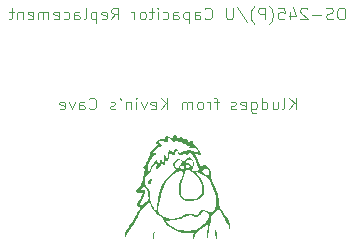
<source format=gbr>
%TF.GenerationSoftware,KiCad,Pcbnew,7.0.11+dfsg-1build4*%
%TF.CreationDate,2025-06-01T15:33:29-04:00*%
%TF.ProjectId,tek-cap-pcb,74656b2d-6361-4702-9d70-63622e6b6963,A*%
%TF.SameCoordinates,Original*%
%TF.FileFunction,Legend,Bot*%
%TF.FilePolarity,Positive*%
%FSLAX46Y46*%
G04 Gerber Fmt 4.6, Leading zero omitted, Abs format (unit mm)*
G04 Created by KiCad (PCBNEW 7.0.11+dfsg-1build4) date 2025-06-01 15:33:29*
%MOMM*%
%LPD*%
G01*
G04 APERTURE LIST*
%ADD10C,0.100000*%
G04 APERTURE END LIST*
D10*
X136976191Y-105282419D02*
X136976191Y-104282419D01*
X136404763Y-105282419D02*
X136833334Y-104710990D01*
X136404763Y-104282419D02*
X136976191Y-104853847D01*
X135833334Y-105282419D02*
X135928572Y-105234800D01*
X135928572Y-105234800D02*
X135976191Y-105139561D01*
X135976191Y-105139561D02*
X135976191Y-104282419D01*
X135023810Y-104615752D02*
X135023810Y-105282419D01*
X135452381Y-104615752D02*
X135452381Y-105139561D01*
X135452381Y-105139561D02*
X135404762Y-105234800D01*
X135404762Y-105234800D02*
X135309524Y-105282419D01*
X135309524Y-105282419D02*
X135166667Y-105282419D01*
X135166667Y-105282419D02*
X135071429Y-105234800D01*
X135071429Y-105234800D02*
X135023810Y-105187180D01*
X134119048Y-105282419D02*
X134119048Y-104282419D01*
X134119048Y-105234800D02*
X134214286Y-105282419D01*
X134214286Y-105282419D02*
X134404762Y-105282419D01*
X134404762Y-105282419D02*
X134500000Y-105234800D01*
X134500000Y-105234800D02*
X134547619Y-105187180D01*
X134547619Y-105187180D02*
X134595238Y-105091942D01*
X134595238Y-105091942D02*
X134595238Y-104806228D01*
X134595238Y-104806228D02*
X134547619Y-104710990D01*
X134547619Y-104710990D02*
X134500000Y-104663371D01*
X134500000Y-104663371D02*
X134404762Y-104615752D01*
X134404762Y-104615752D02*
X134214286Y-104615752D01*
X134214286Y-104615752D02*
X134119048Y-104663371D01*
X133214286Y-104615752D02*
X133214286Y-105425276D01*
X133214286Y-105425276D02*
X133261905Y-105520514D01*
X133261905Y-105520514D02*
X133309524Y-105568133D01*
X133309524Y-105568133D02*
X133404762Y-105615752D01*
X133404762Y-105615752D02*
X133547619Y-105615752D01*
X133547619Y-105615752D02*
X133642857Y-105568133D01*
X133214286Y-105234800D02*
X133309524Y-105282419D01*
X133309524Y-105282419D02*
X133500000Y-105282419D01*
X133500000Y-105282419D02*
X133595238Y-105234800D01*
X133595238Y-105234800D02*
X133642857Y-105187180D01*
X133642857Y-105187180D02*
X133690476Y-105091942D01*
X133690476Y-105091942D02*
X133690476Y-104806228D01*
X133690476Y-104806228D02*
X133642857Y-104710990D01*
X133642857Y-104710990D02*
X133595238Y-104663371D01*
X133595238Y-104663371D02*
X133500000Y-104615752D01*
X133500000Y-104615752D02*
X133309524Y-104615752D01*
X133309524Y-104615752D02*
X133214286Y-104663371D01*
X132357143Y-105234800D02*
X132452381Y-105282419D01*
X132452381Y-105282419D02*
X132642857Y-105282419D01*
X132642857Y-105282419D02*
X132738095Y-105234800D01*
X132738095Y-105234800D02*
X132785714Y-105139561D01*
X132785714Y-105139561D02*
X132785714Y-104758609D01*
X132785714Y-104758609D02*
X132738095Y-104663371D01*
X132738095Y-104663371D02*
X132642857Y-104615752D01*
X132642857Y-104615752D02*
X132452381Y-104615752D01*
X132452381Y-104615752D02*
X132357143Y-104663371D01*
X132357143Y-104663371D02*
X132309524Y-104758609D01*
X132309524Y-104758609D02*
X132309524Y-104853847D01*
X132309524Y-104853847D02*
X132785714Y-104949085D01*
X131928571Y-105234800D02*
X131833333Y-105282419D01*
X131833333Y-105282419D02*
X131642857Y-105282419D01*
X131642857Y-105282419D02*
X131547619Y-105234800D01*
X131547619Y-105234800D02*
X131500000Y-105139561D01*
X131500000Y-105139561D02*
X131500000Y-105091942D01*
X131500000Y-105091942D02*
X131547619Y-104996704D01*
X131547619Y-104996704D02*
X131642857Y-104949085D01*
X131642857Y-104949085D02*
X131785714Y-104949085D01*
X131785714Y-104949085D02*
X131880952Y-104901466D01*
X131880952Y-104901466D02*
X131928571Y-104806228D01*
X131928571Y-104806228D02*
X131928571Y-104758609D01*
X131928571Y-104758609D02*
X131880952Y-104663371D01*
X131880952Y-104663371D02*
X131785714Y-104615752D01*
X131785714Y-104615752D02*
X131642857Y-104615752D01*
X131642857Y-104615752D02*
X131547619Y-104663371D01*
X130452380Y-104615752D02*
X130071428Y-104615752D01*
X130309523Y-105282419D02*
X130309523Y-104425276D01*
X130309523Y-104425276D02*
X130261904Y-104330038D01*
X130261904Y-104330038D02*
X130166666Y-104282419D01*
X130166666Y-104282419D02*
X130071428Y-104282419D01*
X129738094Y-105282419D02*
X129738094Y-104615752D01*
X129738094Y-104806228D02*
X129690475Y-104710990D01*
X129690475Y-104710990D02*
X129642856Y-104663371D01*
X129642856Y-104663371D02*
X129547618Y-104615752D01*
X129547618Y-104615752D02*
X129452380Y-104615752D01*
X128976189Y-105282419D02*
X129071427Y-105234800D01*
X129071427Y-105234800D02*
X129119046Y-105187180D01*
X129119046Y-105187180D02*
X129166665Y-105091942D01*
X129166665Y-105091942D02*
X129166665Y-104806228D01*
X129166665Y-104806228D02*
X129119046Y-104710990D01*
X129119046Y-104710990D02*
X129071427Y-104663371D01*
X129071427Y-104663371D02*
X128976189Y-104615752D01*
X128976189Y-104615752D02*
X128833332Y-104615752D01*
X128833332Y-104615752D02*
X128738094Y-104663371D01*
X128738094Y-104663371D02*
X128690475Y-104710990D01*
X128690475Y-104710990D02*
X128642856Y-104806228D01*
X128642856Y-104806228D02*
X128642856Y-105091942D01*
X128642856Y-105091942D02*
X128690475Y-105187180D01*
X128690475Y-105187180D02*
X128738094Y-105234800D01*
X128738094Y-105234800D02*
X128833332Y-105282419D01*
X128833332Y-105282419D02*
X128976189Y-105282419D01*
X128214284Y-105282419D02*
X128214284Y-104615752D01*
X128214284Y-104710990D02*
X128166665Y-104663371D01*
X128166665Y-104663371D02*
X128071427Y-104615752D01*
X128071427Y-104615752D02*
X127928570Y-104615752D01*
X127928570Y-104615752D02*
X127833332Y-104663371D01*
X127833332Y-104663371D02*
X127785713Y-104758609D01*
X127785713Y-104758609D02*
X127785713Y-105282419D01*
X127785713Y-104758609D02*
X127738094Y-104663371D01*
X127738094Y-104663371D02*
X127642856Y-104615752D01*
X127642856Y-104615752D02*
X127499999Y-104615752D01*
X127499999Y-104615752D02*
X127404760Y-104663371D01*
X127404760Y-104663371D02*
X127357141Y-104758609D01*
X127357141Y-104758609D02*
X127357141Y-105282419D01*
X126119046Y-105282419D02*
X126119046Y-104282419D01*
X125547618Y-105282419D02*
X125976189Y-104710990D01*
X125547618Y-104282419D02*
X126119046Y-104853847D01*
X124738094Y-105234800D02*
X124833332Y-105282419D01*
X124833332Y-105282419D02*
X125023808Y-105282419D01*
X125023808Y-105282419D02*
X125119046Y-105234800D01*
X125119046Y-105234800D02*
X125166665Y-105139561D01*
X125166665Y-105139561D02*
X125166665Y-104758609D01*
X125166665Y-104758609D02*
X125119046Y-104663371D01*
X125119046Y-104663371D02*
X125023808Y-104615752D01*
X125023808Y-104615752D02*
X124833332Y-104615752D01*
X124833332Y-104615752D02*
X124738094Y-104663371D01*
X124738094Y-104663371D02*
X124690475Y-104758609D01*
X124690475Y-104758609D02*
X124690475Y-104853847D01*
X124690475Y-104853847D02*
X125166665Y-104949085D01*
X124357141Y-104615752D02*
X124119046Y-105282419D01*
X124119046Y-105282419D02*
X123880951Y-104615752D01*
X123499998Y-105282419D02*
X123499998Y-104615752D01*
X123499998Y-104282419D02*
X123547617Y-104330038D01*
X123547617Y-104330038D02*
X123499998Y-104377657D01*
X123499998Y-104377657D02*
X123452379Y-104330038D01*
X123452379Y-104330038D02*
X123499998Y-104282419D01*
X123499998Y-104282419D02*
X123499998Y-104377657D01*
X123023808Y-104615752D02*
X123023808Y-105282419D01*
X123023808Y-104710990D02*
X122976189Y-104663371D01*
X122976189Y-104663371D02*
X122880951Y-104615752D01*
X122880951Y-104615752D02*
X122738094Y-104615752D01*
X122738094Y-104615752D02*
X122642856Y-104663371D01*
X122642856Y-104663371D02*
X122595237Y-104758609D01*
X122595237Y-104758609D02*
X122595237Y-105282419D01*
X122071427Y-104282419D02*
X122166665Y-104472895D01*
X121690475Y-105234800D02*
X121595237Y-105282419D01*
X121595237Y-105282419D02*
X121404761Y-105282419D01*
X121404761Y-105282419D02*
X121309523Y-105234800D01*
X121309523Y-105234800D02*
X121261904Y-105139561D01*
X121261904Y-105139561D02*
X121261904Y-105091942D01*
X121261904Y-105091942D02*
X121309523Y-104996704D01*
X121309523Y-104996704D02*
X121404761Y-104949085D01*
X121404761Y-104949085D02*
X121547618Y-104949085D01*
X121547618Y-104949085D02*
X121642856Y-104901466D01*
X121642856Y-104901466D02*
X121690475Y-104806228D01*
X121690475Y-104806228D02*
X121690475Y-104758609D01*
X121690475Y-104758609D02*
X121642856Y-104663371D01*
X121642856Y-104663371D02*
X121547618Y-104615752D01*
X121547618Y-104615752D02*
X121404761Y-104615752D01*
X121404761Y-104615752D02*
X121309523Y-104663371D01*
X119499999Y-105187180D02*
X119547618Y-105234800D01*
X119547618Y-105234800D02*
X119690475Y-105282419D01*
X119690475Y-105282419D02*
X119785713Y-105282419D01*
X119785713Y-105282419D02*
X119928570Y-105234800D01*
X119928570Y-105234800D02*
X120023808Y-105139561D01*
X120023808Y-105139561D02*
X120071427Y-105044323D01*
X120071427Y-105044323D02*
X120119046Y-104853847D01*
X120119046Y-104853847D02*
X120119046Y-104710990D01*
X120119046Y-104710990D02*
X120071427Y-104520514D01*
X120071427Y-104520514D02*
X120023808Y-104425276D01*
X120023808Y-104425276D02*
X119928570Y-104330038D01*
X119928570Y-104330038D02*
X119785713Y-104282419D01*
X119785713Y-104282419D02*
X119690475Y-104282419D01*
X119690475Y-104282419D02*
X119547618Y-104330038D01*
X119547618Y-104330038D02*
X119499999Y-104377657D01*
X118642856Y-105282419D02*
X118642856Y-104758609D01*
X118642856Y-104758609D02*
X118690475Y-104663371D01*
X118690475Y-104663371D02*
X118785713Y-104615752D01*
X118785713Y-104615752D02*
X118976189Y-104615752D01*
X118976189Y-104615752D02*
X119071427Y-104663371D01*
X118642856Y-105234800D02*
X118738094Y-105282419D01*
X118738094Y-105282419D02*
X118976189Y-105282419D01*
X118976189Y-105282419D02*
X119071427Y-105234800D01*
X119071427Y-105234800D02*
X119119046Y-105139561D01*
X119119046Y-105139561D02*
X119119046Y-105044323D01*
X119119046Y-105044323D02*
X119071427Y-104949085D01*
X119071427Y-104949085D02*
X118976189Y-104901466D01*
X118976189Y-104901466D02*
X118738094Y-104901466D01*
X118738094Y-104901466D02*
X118642856Y-104853847D01*
X118261903Y-104615752D02*
X118023808Y-105282419D01*
X118023808Y-105282419D02*
X117785713Y-104615752D01*
X117023808Y-105234800D02*
X117119046Y-105282419D01*
X117119046Y-105282419D02*
X117309522Y-105282419D01*
X117309522Y-105282419D02*
X117404760Y-105234800D01*
X117404760Y-105234800D02*
X117452379Y-105139561D01*
X117452379Y-105139561D02*
X117452379Y-104758609D01*
X117452379Y-104758609D02*
X117404760Y-104663371D01*
X117404760Y-104663371D02*
X117309522Y-104615752D01*
X117309522Y-104615752D02*
X117119046Y-104615752D01*
X117119046Y-104615752D02*
X117023808Y-104663371D01*
X117023808Y-104663371D02*
X116976189Y-104758609D01*
X116976189Y-104758609D02*
X116976189Y-104853847D01*
X116976189Y-104853847D02*
X117452379Y-104949085D01*
X140952382Y-96662419D02*
X140761906Y-96662419D01*
X140761906Y-96662419D02*
X140666668Y-96710038D01*
X140666668Y-96710038D02*
X140571430Y-96805276D01*
X140571430Y-96805276D02*
X140523811Y-96995752D01*
X140523811Y-96995752D02*
X140523811Y-97329085D01*
X140523811Y-97329085D02*
X140571430Y-97519561D01*
X140571430Y-97519561D02*
X140666668Y-97614800D01*
X140666668Y-97614800D02*
X140761906Y-97662419D01*
X140761906Y-97662419D02*
X140952382Y-97662419D01*
X140952382Y-97662419D02*
X141047620Y-97614800D01*
X141047620Y-97614800D02*
X141142858Y-97519561D01*
X141142858Y-97519561D02*
X141190477Y-97329085D01*
X141190477Y-97329085D02*
X141190477Y-96995752D01*
X141190477Y-96995752D02*
X141142858Y-96805276D01*
X141142858Y-96805276D02*
X141047620Y-96710038D01*
X141047620Y-96710038D02*
X140952382Y-96662419D01*
X140142858Y-97614800D02*
X140000001Y-97662419D01*
X140000001Y-97662419D02*
X139761906Y-97662419D01*
X139761906Y-97662419D02*
X139666668Y-97614800D01*
X139666668Y-97614800D02*
X139619049Y-97567180D01*
X139619049Y-97567180D02*
X139571430Y-97471942D01*
X139571430Y-97471942D02*
X139571430Y-97376704D01*
X139571430Y-97376704D02*
X139619049Y-97281466D01*
X139619049Y-97281466D02*
X139666668Y-97233847D01*
X139666668Y-97233847D02*
X139761906Y-97186228D01*
X139761906Y-97186228D02*
X139952382Y-97138609D01*
X139952382Y-97138609D02*
X140047620Y-97090990D01*
X140047620Y-97090990D02*
X140095239Y-97043371D01*
X140095239Y-97043371D02*
X140142858Y-96948133D01*
X140142858Y-96948133D02*
X140142858Y-96852895D01*
X140142858Y-96852895D02*
X140095239Y-96757657D01*
X140095239Y-96757657D02*
X140047620Y-96710038D01*
X140047620Y-96710038D02*
X139952382Y-96662419D01*
X139952382Y-96662419D02*
X139714287Y-96662419D01*
X139714287Y-96662419D02*
X139571430Y-96710038D01*
X139142858Y-97281466D02*
X138380954Y-97281466D01*
X137952382Y-96757657D02*
X137904763Y-96710038D01*
X137904763Y-96710038D02*
X137809525Y-96662419D01*
X137809525Y-96662419D02*
X137571430Y-96662419D01*
X137571430Y-96662419D02*
X137476192Y-96710038D01*
X137476192Y-96710038D02*
X137428573Y-96757657D01*
X137428573Y-96757657D02*
X137380954Y-96852895D01*
X137380954Y-96852895D02*
X137380954Y-96948133D01*
X137380954Y-96948133D02*
X137428573Y-97090990D01*
X137428573Y-97090990D02*
X138000001Y-97662419D01*
X138000001Y-97662419D02*
X137380954Y-97662419D01*
X136523811Y-96995752D02*
X136523811Y-97662419D01*
X136761906Y-96614800D02*
X137000001Y-97329085D01*
X137000001Y-97329085D02*
X136380954Y-97329085D01*
X135523811Y-96662419D02*
X136000001Y-96662419D01*
X136000001Y-96662419D02*
X136047620Y-97138609D01*
X136047620Y-97138609D02*
X136000001Y-97090990D01*
X136000001Y-97090990D02*
X135904763Y-97043371D01*
X135904763Y-97043371D02*
X135666668Y-97043371D01*
X135666668Y-97043371D02*
X135571430Y-97090990D01*
X135571430Y-97090990D02*
X135523811Y-97138609D01*
X135523811Y-97138609D02*
X135476192Y-97233847D01*
X135476192Y-97233847D02*
X135476192Y-97471942D01*
X135476192Y-97471942D02*
X135523811Y-97567180D01*
X135523811Y-97567180D02*
X135571430Y-97614800D01*
X135571430Y-97614800D02*
X135666668Y-97662419D01*
X135666668Y-97662419D02*
X135904763Y-97662419D01*
X135904763Y-97662419D02*
X136000001Y-97614800D01*
X136000001Y-97614800D02*
X136047620Y-97567180D01*
X134761906Y-98043371D02*
X134809525Y-97995752D01*
X134809525Y-97995752D02*
X134904763Y-97852895D01*
X134904763Y-97852895D02*
X134952382Y-97757657D01*
X134952382Y-97757657D02*
X135000001Y-97614800D01*
X135000001Y-97614800D02*
X135047620Y-97376704D01*
X135047620Y-97376704D02*
X135047620Y-97186228D01*
X135047620Y-97186228D02*
X135000001Y-96948133D01*
X135000001Y-96948133D02*
X134952382Y-96805276D01*
X134952382Y-96805276D02*
X134904763Y-96710038D01*
X134904763Y-96710038D02*
X134809525Y-96567180D01*
X134809525Y-96567180D02*
X134761906Y-96519561D01*
X134380953Y-97662419D02*
X134380953Y-96662419D01*
X134380953Y-96662419D02*
X134000001Y-96662419D01*
X134000001Y-96662419D02*
X133904763Y-96710038D01*
X133904763Y-96710038D02*
X133857144Y-96757657D01*
X133857144Y-96757657D02*
X133809525Y-96852895D01*
X133809525Y-96852895D02*
X133809525Y-96995752D01*
X133809525Y-96995752D02*
X133857144Y-97090990D01*
X133857144Y-97090990D02*
X133904763Y-97138609D01*
X133904763Y-97138609D02*
X134000001Y-97186228D01*
X134000001Y-97186228D02*
X134380953Y-97186228D01*
X133476191Y-98043371D02*
X133428572Y-97995752D01*
X133428572Y-97995752D02*
X133333334Y-97852895D01*
X133333334Y-97852895D02*
X133285715Y-97757657D01*
X133285715Y-97757657D02*
X133238096Y-97614800D01*
X133238096Y-97614800D02*
X133190477Y-97376704D01*
X133190477Y-97376704D02*
X133190477Y-97186228D01*
X133190477Y-97186228D02*
X133238096Y-96948133D01*
X133238096Y-96948133D02*
X133285715Y-96805276D01*
X133285715Y-96805276D02*
X133333334Y-96710038D01*
X133333334Y-96710038D02*
X133428572Y-96567180D01*
X133428572Y-96567180D02*
X133476191Y-96519561D01*
X132000001Y-96614800D02*
X132857143Y-97900514D01*
X131666667Y-96662419D02*
X131666667Y-97471942D01*
X131666667Y-97471942D02*
X131619048Y-97567180D01*
X131619048Y-97567180D02*
X131571429Y-97614800D01*
X131571429Y-97614800D02*
X131476191Y-97662419D01*
X131476191Y-97662419D02*
X131285715Y-97662419D01*
X131285715Y-97662419D02*
X131190477Y-97614800D01*
X131190477Y-97614800D02*
X131142858Y-97567180D01*
X131142858Y-97567180D02*
X131095239Y-97471942D01*
X131095239Y-97471942D02*
X131095239Y-96662419D01*
X129285715Y-97567180D02*
X129333334Y-97614800D01*
X129333334Y-97614800D02*
X129476191Y-97662419D01*
X129476191Y-97662419D02*
X129571429Y-97662419D01*
X129571429Y-97662419D02*
X129714286Y-97614800D01*
X129714286Y-97614800D02*
X129809524Y-97519561D01*
X129809524Y-97519561D02*
X129857143Y-97424323D01*
X129857143Y-97424323D02*
X129904762Y-97233847D01*
X129904762Y-97233847D02*
X129904762Y-97090990D01*
X129904762Y-97090990D02*
X129857143Y-96900514D01*
X129857143Y-96900514D02*
X129809524Y-96805276D01*
X129809524Y-96805276D02*
X129714286Y-96710038D01*
X129714286Y-96710038D02*
X129571429Y-96662419D01*
X129571429Y-96662419D02*
X129476191Y-96662419D01*
X129476191Y-96662419D02*
X129333334Y-96710038D01*
X129333334Y-96710038D02*
X129285715Y-96757657D01*
X128428572Y-97662419D02*
X128428572Y-97138609D01*
X128428572Y-97138609D02*
X128476191Y-97043371D01*
X128476191Y-97043371D02*
X128571429Y-96995752D01*
X128571429Y-96995752D02*
X128761905Y-96995752D01*
X128761905Y-96995752D02*
X128857143Y-97043371D01*
X128428572Y-97614800D02*
X128523810Y-97662419D01*
X128523810Y-97662419D02*
X128761905Y-97662419D01*
X128761905Y-97662419D02*
X128857143Y-97614800D01*
X128857143Y-97614800D02*
X128904762Y-97519561D01*
X128904762Y-97519561D02*
X128904762Y-97424323D01*
X128904762Y-97424323D02*
X128857143Y-97329085D01*
X128857143Y-97329085D02*
X128761905Y-97281466D01*
X128761905Y-97281466D02*
X128523810Y-97281466D01*
X128523810Y-97281466D02*
X128428572Y-97233847D01*
X127952381Y-96995752D02*
X127952381Y-97995752D01*
X127952381Y-97043371D02*
X127857143Y-96995752D01*
X127857143Y-96995752D02*
X127666667Y-96995752D01*
X127666667Y-96995752D02*
X127571429Y-97043371D01*
X127571429Y-97043371D02*
X127523810Y-97090990D01*
X127523810Y-97090990D02*
X127476191Y-97186228D01*
X127476191Y-97186228D02*
X127476191Y-97471942D01*
X127476191Y-97471942D02*
X127523810Y-97567180D01*
X127523810Y-97567180D02*
X127571429Y-97614800D01*
X127571429Y-97614800D02*
X127666667Y-97662419D01*
X127666667Y-97662419D02*
X127857143Y-97662419D01*
X127857143Y-97662419D02*
X127952381Y-97614800D01*
X126619048Y-97662419D02*
X126619048Y-97138609D01*
X126619048Y-97138609D02*
X126666667Y-97043371D01*
X126666667Y-97043371D02*
X126761905Y-96995752D01*
X126761905Y-96995752D02*
X126952381Y-96995752D01*
X126952381Y-96995752D02*
X127047619Y-97043371D01*
X126619048Y-97614800D02*
X126714286Y-97662419D01*
X126714286Y-97662419D02*
X126952381Y-97662419D01*
X126952381Y-97662419D02*
X127047619Y-97614800D01*
X127047619Y-97614800D02*
X127095238Y-97519561D01*
X127095238Y-97519561D02*
X127095238Y-97424323D01*
X127095238Y-97424323D02*
X127047619Y-97329085D01*
X127047619Y-97329085D02*
X126952381Y-97281466D01*
X126952381Y-97281466D02*
X126714286Y-97281466D01*
X126714286Y-97281466D02*
X126619048Y-97233847D01*
X125714286Y-97614800D02*
X125809524Y-97662419D01*
X125809524Y-97662419D02*
X126000000Y-97662419D01*
X126000000Y-97662419D02*
X126095238Y-97614800D01*
X126095238Y-97614800D02*
X126142857Y-97567180D01*
X126142857Y-97567180D02*
X126190476Y-97471942D01*
X126190476Y-97471942D02*
X126190476Y-97186228D01*
X126190476Y-97186228D02*
X126142857Y-97090990D01*
X126142857Y-97090990D02*
X126095238Y-97043371D01*
X126095238Y-97043371D02*
X126000000Y-96995752D01*
X126000000Y-96995752D02*
X125809524Y-96995752D01*
X125809524Y-96995752D02*
X125714286Y-97043371D01*
X125285714Y-97662419D02*
X125285714Y-96995752D01*
X125285714Y-96662419D02*
X125333333Y-96710038D01*
X125333333Y-96710038D02*
X125285714Y-96757657D01*
X125285714Y-96757657D02*
X125238095Y-96710038D01*
X125238095Y-96710038D02*
X125285714Y-96662419D01*
X125285714Y-96662419D02*
X125285714Y-96757657D01*
X124952381Y-96995752D02*
X124571429Y-96995752D01*
X124809524Y-96662419D02*
X124809524Y-97519561D01*
X124809524Y-97519561D02*
X124761905Y-97614800D01*
X124761905Y-97614800D02*
X124666667Y-97662419D01*
X124666667Y-97662419D02*
X124571429Y-97662419D01*
X124095238Y-97662419D02*
X124190476Y-97614800D01*
X124190476Y-97614800D02*
X124238095Y-97567180D01*
X124238095Y-97567180D02*
X124285714Y-97471942D01*
X124285714Y-97471942D02*
X124285714Y-97186228D01*
X124285714Y-97186228D02*
X124238095Y-97090990D01*
X124238095Y-97090990D02*
X124190476Y-97043371D01*
X124190476Y-97043371D02*
X124095238Y-96995752D01*
X124095238Y-96995752D02*
X123952381Y-96995752D01*
X123952381Y-96995752D02*
X123857143Y-97043371D01*
X123857143Y-97043371D02*
X123809524Y-97090990D01*
X123809524Y-97090990D02*
X123761905Y-97186228D01*
X123761905Y-97186228D02*
X123761905Y-97471942D01*
X123761905Y-97471942D02*
X123809524Y-97567180D01*
X123809524Y-97567180D02*
X123857143Y-97614800D01*
X123857143Y-97614800D02*
X123952381Y-97662419D01*
X123952381Y-97662419D02*
X124095238Y-97662419D01*
X123333333Y-97662419D02*
X123333333Y-96995752D01*
X123333333Y-97186228D02*
X123285714Y-97090990D01*
X123285714Y-97090990D02*
X123238095Y-97043371D01*
X123238095Y-97043371D02*
X123142857Y-96995752D01*
X123142857Y-96995752D02*
X123047619Y-96995752D01*
X121380952Y-97662419D02*
X121714285Y-97186228D01*
X121952380Y-97662419D02*
X121952380Y-96662419D01*
X121952380Y-96662419D02*
X121571428Y-96662419D01*
X121571428Y-96662419D02*
X121476190Y-96710038D01*
X121476190Y-96710038D02*
X121428571Y-96757657D01*
X121428571Y-96757657D02*
X121380952Y-96852895D01*
X121380952Y-96852895D02*
X121380952Y-96995752D01*
X121380952Y-96995752D02*
X121428571Y-97090990D01*
X121428571Y-97090990D02*
X121476190Y-97138609D01*
X121476190Y-97138609D02*
X121571428Y-97186228D01*
X121571428Y-97186228D02*
X121952380Y-97186228D01*
X120571428Y-97614800D02*
X120666666Y-97662419D01*
X120666666Y-97662419D02*
X120857142Y-97662419D01*
X120857142Y-97662419D02*
X120952380Y-97614800D01*
X120952380Y-97614800D02*
X120999999Y-97519561D01*
X120999999Y-97519561D02*
X120999999Y-97138609D01*
X120999999Y-97138609D02*
X120952380Y-97043371D01*
X120952380Y-97043371D02*
X120857142Y-96995752D01*
X120857142Y-96995752D02*
X120666666Y-96995752D01*
X120666666Y-96995752D02*
X120571428Y-97043371D01*
X120571428Y-97043371D02*
X120523809Y-97138609D01*
X120523809Y-97138609D02*
X120523809Y-97233847D01*
X120523809Y-97233847D02*
X120999999Y-97329085D01*
X120095237Y-96995752D02*
X120095237Y-97995752D01*
X120095237Y-97043371D02*
X119999999Y-96995752D01*
X119999999Y-96995752D02*
X119809523Y-96995752D01*
X119809523Y-96995752D02*
X119714285Y-97043371D01*
X119714285Y-97043371D02*
X119666666Y-97090990D01*
X119666666Y-97090990D02*
X119619047Y-97186228D01*
X119619047Y-97186228D02*
X119619047Y-97471942D01*
X119619047Y-97471942D02*
X119666666Y-97567180D01*
X119666666Y-97567180D02*
X119714285Y-97614800D01*
X119714285Y-97614800D02*
X119809523Y-97662419D01*
X119809523Y-97662419D02*
X119999999Y-97662419D01*
X119999999Y-97662419D02*
X120095237Y-97614800D01*
X119047618Y-97662419D02*
X119142856Y-97614800D01*
X119142856Y-97614800D02*
X119190475Y-97519561D01*
X119190475Y-97519561D02*
X119190475Y-96662419D01*
X118238094Y-97662419D02*
X118238094Y-97138609D01*
X118238094Y-97138609D02*
X118285713Y-97043371D01*
X118285713Y-97043371D02*
X118380951Y-96995752D01*
X118380951Y-96995752D02*
X118571427Y-96995752D01*
X118571427Y-96995752D02*
X118666665Y-97043371D01*
X118238094Y-97614800D02*
X118333332Y-97662419D01*
X118333332Y-97662419D02*
X118571427Y-97662419D01*
X118571427Y-97662419D02*
X118666665Y-97614800D01*
X118666665Y-97614800D02*
X118714284Y-97519561D01*
X118714284Y-97519561D02*
X118714284Y-97424323D01*
X118714284Y-97424323D02*
X118666665Y-97329085D01*
X118666665Y-97329085D02*
X118571427Y-97281466D01*
X118571427Y-97281466D02*
X118333332Y-97281466D01*
X118333332Y-97281466D02*
X118238094Y-97233847D01*
X117333332Y-97614800D02*
X117428570Y-97662419D01*
X117428570Y-97662419D02*
X117619046Y-97662419D01*
X117619046Y-97662419D02*
X117714284Y-97614800D01*
X117714284Y-97614800D02*
X117761903Y-97567180D01*
X117761903Y-97567180D02*
X117809522Y-97471942D01*
X117809522Y-97471942D02*
X117809522Y-97186228D01*
X117809522Y-97186228D02*
X117761903Y-97090990D01*
X117761903Y-97090990D02*
X117714284Y-97043371D01*
X117714284Y-97043371D02*
X117619046Y-96995752D01*
X117619046Y-96995752D02*
X117428570Y-96995752D01*
X117428570Y-96995752D02*
X117333332Y-97043371D01*
X116523808Y-97614800D02*
X116619046Y-97662419D01*
X116619046Y-97662419D02*
X116809522Y-97662419D01*
X116809522Y-97662419D02*
X116904760Y-97614800D01*
X116904760Y-97614800D02*
X116952379Y-97519561D01*
X116952379Y-97519561D02*
X116952379Y-97138609D01*
X116952379Y-97138609D02*
X116904760Y-97043371D01*
X116904760Y-97043371D02*
X116809522Y-96995752D01*
X116809522Y-96995752D02*
X116619046Y-96995752D01*
X116619046Y-96995752D02*
X116523808Y-97043371D01*
X116523808Y-97043371D02*
X116476189Y-97138609D01*
X116476189Y-97138609D02*
X116476189Y-97233847D01*
X116476189Y-97233847D02*
X116952379Y-97329085D01*
X116047617Y-97662419D02*
X116047617Y-96995752D01*
X116047617Y-97090990D02*
X115999998Y-97043371D01*
X115999998Y-97043371D02*
X115904760Y-96995752D01*
X115904760Y-96995752D02*
X115761903Y-96995752D01*
X115761903Y-96995752D02*
X115666665Y-97043371D01*
X115666665Y-97043371D02*
X115619046Y-97138609D01*
X115619046Y-97138609D02*
X115619046Y-97662419D01*
X115619046Y-97138609D02*
X115571427Y-97043371D01*
X115571427Y-97043371D02*
X115476189Y-96995752D01*
X115476189Y-96995752D02*
X115333332Y-96995752D01*
X115333332Y-96995752D02*
X115238093Y-97043371D01*
X115238093Y-97043371D02*
X115190474Y-97138609D01*
X115190474Y-97138609D02*
X115190474Y-97662419D01*
X114333332Y-97614800D02*
X114428570Y-97662419D01*
X114428570Y-97662419D02*
X114619046Y-97662419D01*
X114619046Y-97662419D02*
X114714284Y-97614800D01*
X114714284Y-97614800D02*
X114761903Y-97519561D01*
X114761903Y-97519561D02*
X114761903Y-97138609D01*
X114761903Y-97138609D02*
X114714284Y-97043371D01*
X114714284Y-97043371D02*
X114619046Y-96995752D01*
X114619046Y-96995752D02*
X114428570Y-96995752D01*
X114428570Y-96995752D02*
X114333332Y-97043371D01*
X114333332Y-97043371D02*
X114285713Y-97138609D01*
X114285713Y-97138609D02*
X114285713Y-97233847D01*
X114285713Y-97233847D02*
X114761903Y-97329085D01*
X113857141Y-96995752D02*
X113857141Y-97662419D01*
X113857141Y-97090990D02*
X113809522Y-97043371D01*
X113809522Y-97043371D02*
X113714284Y-96995752D01*
X113714284Y-96995752D02*
X113571427Y-96995752D01*
X113571427Y-96995752D02*
X113476189Y-97043371D01*
X113476189Y-97043371D02*
X113428570Y-97138609D01*
X113428570Y-97138609D02*
X113428570Y-97662419D01*
X113095236Y-96995752D02*
X112714284Y-96995752D01*
X112952379Y-96662419D02*
X112952379Y-97519561D01*
X112952379Y-97519561D02*
X112904760Y-97614800D01*
X112904760Y-97614800D02*
X112809522Y-97662419D01*
X112809522Y-97662419D02*
X112714284Y-97662419D01*
%TO.C,G\u002A\u002A\u002A*%
G36*
X130220262Y-115498785D02*
G01*
X130253469Y-115549826D01*
X130305354Y-115704036D01*
X130337649Y-115899369D01*
X130346988Y-116073006D01*
X130331578Y-116180009D01*
X130284980Y-116210935D01*
X130240359Y-116192197D01*
X130204673Y-116100526D01*
X130202949Y-116053833D01*
X130189678Y-115894635D01*
X130167593Y-115699942D01*
X130156149Y-115605428D01*
X130149190Y-115487768D01*
X130168879Y-115458643D01*
X130220262Y-115498785D01*
G37*
G36*
X128938806Y-108969822D02*
G01*
X128958055Y-109096128D01*
X128912688Y-109167044D01*
X128802078Y-109168262D01*
X128625595Y-109085475D01*
X128558207Y-109045634D01*
X128454058Y-109001109D01*
X128439238Y-109033441D01*
X128506370Y-109189758D01*
X128678453Y-109573349D01*
X128813752Y-109845870D01*
X128912003Y-110006813D01*
X128972943Y-110055676D01*
X129062752Y-110037528D01*
X129209805Y-110004406D01*
X129325914Y-109996258D01*
X129437333Y-110046845D01*
X129561668Y-110157664D01*
X129580716Y-110174641D01*
X129587431Y-110181366D01*
X129698764Y-110302902D01*
X129759273Y-110412017D01*
X129784317Y-110552381D01*
X129787267Y-110681085D01*
X129789252Y-110767670D01*
X129792370Y-110922677D01*
X129817271Y-111114104D01*
X129880806Y-111287949D01*
X129999118Y-111500590D01*
X130189181Y-111870438D01*
X130384247Y-112457308D01*
X130481368Y-113082246D01*
X130483394Y-113095280D01*
X130483897Y-113101949D01*
X130508364Y-113352903D01*
X130543345Y-113522853D01*
X130600193Y-113648677D01*
X130690260Y-113767252D01*
X130723821Y-113806562D01*
X130948931Y-114104299D01*
X131147947Y-114423453D01*
X131307000Y-114737117D01*
X131412216Y-115018384D01*
X131449723Y-115240348D01*
X131449357Y-115276446D01*
X131443440Y-115355299D01*
X131423330Y-115370318D01*
X131380003Y-115310586D01*
X131304434Y-115165182D01*
X131187597Y-114923187D01*
X131126069Y-114797612D01*
X130983443Y-114524476D01*
X130843369Y-114276481D01*
X130728879Y-114095197D01*
X130643150Y-113972838D01*
X130545524Y-113833180D01*
X130491784Y-113755877D01*
X130479635Y-113748315D01*
X130398213Y-113774025D01*
X130271652Y-113856825D01*
X130126746Y-113973896D01*
X129990287Y-114102422D01*
X129889068Y-114219582D01*
X129876964Y-114245212D01*
X129849881Y-114302559D01*
X129843856Y-114364306D01*
X129818845Y-114528483D01*
X129778966Y-114762481D01*
X129729163Y-115039850D01*
X129674379Y-115334142D01*
X129619556Y-115618911D01*
X129569639Y-115867707D01*
X129529570Y-116054082D01*
X129504293Y-116151589D01*
X129493761Y-116176810D01*
X129465226Y-116196397D01*
X129449541Y-116130426D01*
X129447556Y-116004141D01*
X129460123Y-115842789D01*
X129488096Y-115671615D01*
X129497242Y-115627462D01*
X129536920Y-115374156D01*
X129549462Y-115162961D01*
X129534714Y-115018319D01*
X129492523Y-114964673D01*
X129477605Y-114966623D01*
X129433177Y-115025216D01*
X129425824Y-115041082D01*
X129346124Y-115117548D01*
X129197404Y-115230650D01*
X129002920Y-115362174D01*
X128901424Y-115427540D01*
X128708114Y-115556790D01*
X128586708Y-115654448D01*
X128516981Y-115743446D01*
X128478710Y-115846711D01*
X128451670Y-115987174D01*
X128443515Y-116029003D01*
X128400502Y-116158691D01*
X128352152Y-116210935D01*
X128343096Y-116209112D01*
X128316036Y-116136742D01*
X128328994Y-115969814D01*
X128367551Y-115728693D01*
X128025014Y-115742878D01*
X127899109Y-115745084D01*
X127625595Y-115736116D01*
X127385748Y-115712929D01*
X127186008Y-115665147D01*
X126911794Y-115562659D01*
X126627115Y-115426352D01*
X126363094Y-115272915D01*
X126150856Y-115119036D01*
X126021524Y-114981406D01*
X126020211Y-114979306D01*
X125901366Y-114787922D01*
X125865282Y-114729259D01*
X125991121Y-114729259D01*
X125999956Y-114755739D01*
X126082487Y-114852531D01*
X126231069Y-114981540D01*
X126420209Y-115123147D01*
X126624410Y-115257736D01*
X126818179Y-115365687D01*
X126821891Y-115367500D01*
X127008248Y-115448189D01*
X127191340Y-115499069D01*
X127411778Y-115528251D01*
X127710171Y-115543847D01*
X127929350Y-115546674D01*
X128254491Y-115521933D01*
X128526113Y-115447904D01*
X128783723Y-115311672D01*
X129066823Y-115100322D01*
X129189184Y-114988926D01*
X129367848Y-114790017D01*
X129521827Y-114579656D01*
X129629828Y-114388002D01*
X129670561Y-114245212D01*
X129637018Y-114156011D01*
X129530376Y-114036140D01*
X129391260Y-113937245D01*
X129261973Y-113895530D01*
X129208645Y-113914246D01*
X129089514Y-114003016D01*
X128954730Y-114140331D01*
X128868171Y-114231640D01*
X128670230Y-114364596D01*
X128481633Y-114379893D01*
X128300816Y-114277861D01*
X128241023Y-114227725D01*
X128169556Y-114199731D01*
X128070297Y-114216532D01*
X127902199Y-114278159D01*
X127547024Y-114415298D01*
X127264234Y-114520620D01*
X127048722Y-114593540D01*
X126878584Y-114640003D01*
X126731916Y-114665955D01*
X126586816Y-114677340D01*
X126421378Y-114680105D01*
X126392363Y-114680284D01*
X126189116Y-114688326D01*
X126045536Y-114705775D01*
X125991121Y-114729259D01*
X125865282Y-114729259D01*
X125783102Y-114595658D01*
X125776047Y-114584467D01*
X125635435Y-114423770D01*
X125467750Y-114302675D01*
X125354581Y-114225107D01*
X125176637Y-114053333D01*
X125042802Y-113893912D01*
X125350633Y-113893912D01*
X125390950Y-114061941D01*
X125425624Y-114109768D01*
X125552519Y-114227178D01*
X125719077Y-114341756D01*
X125855046Y-114407848D01*
X126136281Y-114492982D01*
X126427167Y-114531465D01*
X126673598Y-114513559D01*
X126746737Y-114492453D01*
X126917817Y-114437898D01*
X127149806Y-114360996D01*
X127414083Y-114271120D01*
X127467490Y-114252781D01*
X127731373Y-114165253D01*
X127917145Y-114113464D01*
X128053255Y-114092674D01*
X128168152Y-114098144D01*
X128290285Y-114125134D01*
X128323516Y-114133948D01*
X128528231Y-114179760D01*
X128656552Y-114179386D01*
X128740320Y-114125948D01*
X128811377Y-114012567D01*
X128915716Y-113855179D01*
X129061439Y-113760273D01*
X129249225Y-113761128D01*
X129498558Y-113853228D01*
X129511512Y-113859361D01*
X129707051Y-113941117D01*
X129840107Y-113966045D01*
X129946147Y-113941110D01*
X130014957Y-113899371D01*
X130151513Y-113722450D01*
X130235439Y-113447627D01*
X130264019Y-113082246D01*
X130264014Y-113077678D01*
X130222750Y-112628935D01*
X130108342Y-112180928D01*
X129932243Y-111753302D01*
X129705905Y-111365703D01*
X129440781Y-111037776D01*
X129148323Y-110789167D01*
X128839985Y-110639521D01*
X128770868Y-110619986D01*
X128632948Y-110589527D01*
X128567239Y-110588399D01*
X128566921Y-110588778D01*
X128589739Y-110646047D01*
X128668808Y-110769755D01*
X128787454Y-110933751D01*
X128966231Y-111185896D01*
X129133090Y-111485550D01*
X129225013Y-111764053D01*
X129253837Y-112049724D01*
X129253846Y-112058831D01*
X129253607Y-112060525D01*
X129205717Y-112399257D01*
X129064116Y-112667449D01*
X128830931Y-112861817D01*
X128508051Y-112980773D01*
X128097364Y-113022729D01*
X127778591Y-113004348D01*
X127524966Y-112931895D01*
X127332608Y-112792779D01*
X127176047Y-112574612D01*
X127098429Y-112373069D01*
X127089501Y-112261263D01*
X127238051Y-112261263D01*
X127292825Y-112482413D01*
X127408468Y-112661754D01*
X127415315Y-112669393D01*
X127516799Y-112769737D01*
X127619908Y-112827407D01*
X127763664Y-112856531D01*
X127987090Y-112871237D01*
X128232012Y-112871535D01*
X128507318Y-112826490D01*
X128725279Y-112717980D01*
X128916844Y-112534808D01*
X129026281Y-112342169D01*
X129081751Y-112060525D01*
X129057013Y-111750810D01*
X128951031Y-111446070D01*
X128867809Y-111298668D01*
X128679013Y-111031161D01*
X128460187Y-110780117D01*
X128238706Y-110575600D01*
X128197194Y-110548610D01*
X129077103Y-110548610D01*
X129096059Y-110596898D01*
X129187968Y-110659619D01*
X129281417Y-110707976D01*
X129404876Y-110811982D01*
X129407779Y-110815180D01*
X129520702Y-110912991D01*
X129594757Y-110903551D01*
X129645092Y-110785170D01*
X129653274Y-110681085D01*
X129612478Y-110507747D01*
X129525411Y-110360938D01*
X129413474Y-110286716D01*
X129373048Y-110285422D01*
X129241789Y-110335962D01*
X129166981Y-110401298D01*
X129126563Y-110436598D01*
X129077103Y-110548610D01*
X128197194Y-110548610D01*
X128041942Y-110447670D01*
X127890939Y-110383506D01*
X127746740Y-110343965D01*
X127673312Y-110367209D01*
X127652804Y-110453506D01*
X127641384Y-110526074D01*
X127598055Y-110696631D01*
X127529944Y-110928184D01*
X127445093Y-111192134D01*
X127442615Y-111199550D01*
X127312579Y-111634573D01*
X127244513Y-111983563D01*
X127238051Y-112261263D01*
X127089501Y-112261263D01*
X127071505Y-112035903D01*
X127135704Y-111632080D01*
X127290623Y-111166542D01*
X127332263Y-111062643D01*
X127423044Y-110818627D01*
X127463916Y-110659132D01*
X127454751Y-110566755D01*
X127395419Y-110524092D01*
X127285793Y-110513738D01*
X127225910Y-110516721D01*
X126949859Y-110592791D01*
X126658968Y-110758484D01*
X126374927Y-110996330D01*
X126119427Y-111288857D01*
X125914158Y-111618592D01*
X125814044Y-111834486D01*
X125676629Y-112191796D01*
X125556942Y-112573098D01*
X125459743Y-112956175D01*
X125389786Y-113318814D01*
X125351831Y-113638798D01*
X125350633Y-113893912D01*
X125042802Y-113893912D01*
X124991677Y-113833013D01*
X124826476Y-113596756D01*
X124707810Y-113377173D01*
X124707708Y-113376936D01*
X124618135Y-113237620D01*
X124518322Y-113184299D01*
X124495971Y-113186400D01*
X124359052Y-113259251D01*
X124192667Y-113425905D01*
X124008840Y-113672574D01*
X123819598Y-113985467D01*
X123749692Y-114109894D01*
X123613531Y-114346693D01*
X123442932Y-114639609D01*
X123253283Y-114962556D01*
X123059970Y-115289446D01*
X122878383Y-115594192D01*
X122723908Y-115850705D01*
X122611933Y-116032897D01*
X122587305Y-116060324D01*
X122562108Y-116023882D01*
X122552555Y-115878550D01*
X122552489Y-115872941D01*
X122563970Y-115734223D01*
X122610326Y-115595369D01*
X122705324Y-115426084D01*
X122862733Y-115196074D01*
X122991817Y-115011064D01*
X123189344Y-114712935D01*
X123376784Y-114413902D01*
X123542620Y-114133648D01*
X123675334Y-113891855D01*
X123763409Y-113708205D01*
X123795327Y-113602381D01*
X123772528Y-113563413D01*
X123676635Y-113510701D01*
X123608854Y-113455716D01*
X123559754Y-113329078D01*
X123559734Y-113301988D01*
X123822599Y-113301988D01*
X123839572Y-113390422D01*
X123930918Y-113386589D01*
X124096334Y-113290326D01*
X124335514Y-113101469D01*
X124373423Y-113068870D01*
X124465423Y-112977368D01*
X124512090Y-112884325D01*
X124526224Y-112750758D01*
X124520625Y-112537684D01*
X124510198Y-112364930D01*
X124482491Y-112200383D01*
X124426430Y-112082314D01*
X124327861Y-111968955D01*
X124151609Y-111792163D01*
X123988305Y-111955556D01*
X123825000Y-112118950D01*
X124017874Y-112080421D01*
X124052580Y-112073601D01*
X124162297Y-112064112D01*
X124204096Y-112114367D01*
X124210748Y-112253828D01*
X124190861Y-112389016D01*
X124111343Y-112627491D01*
X123980615Y-112910483D01*
X123880305Y-113121450D01*
X123822599Y-113301988D01*
X123559734Y-113301988D01*
X123559650Y-113190553D01*
X123616586Y-113095716D01*
X123662020Y-113049481D01*
X123752603Y-112917979D01*
X123854331Y-112743524D01*
X123945312Y-112564394D01*
X124003659Y-112418865D01*
X124023248Y-112327918D01*
X123986408Y-112295871D01*
X123862106Y-112313397D01*
X123708163Y-112329278D01*
X123588266Y-112315822D01*
X123528914Y-112273199D01*
X123498216Y-112162643D01*
X123543082Y-112035984D01*
X123656388Y-111933229D01*
X123771037Y-111834708D01*
X123897009Y-111653184D01*
X123992546Y-111443651D01*
X124025738Y-111281373D01*
X124212551Y-111281373D01*
X124232235Y-111546397D01*
X124327891Y-111801947D01*
X124501401Y-112021558D01*
X124524292Y-112043695D01*
X124587163Y-112139620D01*
X124617985Y-112280790D01*
X124626168Y-112503559D01*
X124641735Y-112750758D01*
X124644937Y-112801608D01*
X124749089Y-113204764D01*
X124955779Y-113593924D01*
X125013147Y-113676025D01*
X125108259Y-113791690D01*
X125168167Y-113837103D01*
X125175877Y-113834697D01*
X125207007Y-113763370D01*
X125219626Y-113623878D01*
X125223911Y-113546301D01*
X125248052Y-113345035D01*
X125288712Y-113086606D01*
X125340435Y-112807874D01*
X125424607Y-112444650D01*
X125615710Y-111881234D01*
X125872596Y-111393663D01*
X126207463Y-110960728D01*
X126632510Y-110561216D01*
X126827403Y-110400982D01*
X126704627Y-110160322D01*
X126677768Y-110106826D01*
X126621629Y-109968861D01*
X126753254Y-109968861D01*
X126808035Y-110127991D01*
X126851660Y-110176568D01*
X126955491Y-110268785D01*
X127005146Y-110304443D01*
X127050088Y-110301985D01*
X127059346Y-110198644D01*
X127078871Y-110123020D01*
X127191295Y-110123020D01*
X127238010Y-110247438D01*
X127319579Y-110313828D01*
X127433605Y-110326229D01*
X127512651Y-110246682D01*
X127529552Y-110145705D01*
X127504960Y-110088552D01*
X127664871Y-110088552D01*
X127693356Y-110145630D01*
X127693491Y-110145705D01*
X127793070Y-110201108D01*
X127909501Y-110197550D01*
X127987351Y-110128164D01*
X127997732Y-110071470D01*
X127963387Y-109969742D01*
X127909675Y-109939335D01*
X127795291Y-109943041D01*
X127696631Y-109999569D01*
X127664871Y-110088552D01*
X127504960Y-110088552D01*
X127478608Y-110027308D01*
X127356075Y-109979626D01*
X127239624Y-110019785D01*
X127191295Y-110123020D01*
X127078871Y-110123020D01*
X127091323Y-110074789D01*
X127234702Y-109922189D01*
X127289729Y-109878333D01*
X127372179Y-109757805D01*
X127342081Y-109656368D01*
X127200732Y-109586824D01*
X127047307Y-109587070D01*
X126895088Y-109667809D01*
X126789671Y-109805269D01*
X126753254Y-109968861D01*
X126621629Y-109968861D01*
X126621573Y-109968723D01*
X126620259Y-109866922D01*
X126669435Y-109750293D01*
X126777866Y-109614310D01*
X126935051Y-109507181D01*
X127043693Y-109470387D01*
X127154301Y-109478374D01*
X127288249Y-109558168D01*
X127311421Y-109574425D01*
X127432889Y-109651534D01*
X127503329Y-109682897D01*
X127504179Y-109682580D01*
X127722923Y-109682580D01*
X127729267Y-109757805D01*
X127730033Y-109766894D01*
X127821643Y-109801589D01*
X127904259Y-109821931D01*
X128021610Y-109905444D01*
X128079518Y-109982148D01*
X128127343Y-110071470D01*
X128141718Y-110098318D01*
X128149041Y-110116483D01*
X128187181Y-110126504D01*
X128246013Y-110028512D01*
X128259670Y-109996922D01*
X128294418Y-109803998D01*
X128253529Y-109638115D01*
X128154952Y-109522170D01*
X128016637Y-109479061D01*
X127856534Y-109531683D01*
X127796481Y-109578307D01*
X127722923Y-109682580D01*
X127504179Y-109682580D01*
X127519684Y-109676797D01*
X127604845Y-109612850D01*
X127724400Y-109501739D01*
X127827031Y-109412655D01*
X127990666Y-109344742D01*
X128140743Y-109392856D01*
X128288732Y-109558145D01*
X128401642Y-109791128D01*
X128401895Y-109803998D01*
X128406021Y-110014220D01*
X128300767Y-110254514D01*
X128177235Y-110454393D01*
X128478805Y-110454393D01*
X128590113Y-110450623D01*
X128726941Y-110431380D01*
X128780374Y-110401298D01*
X128777049Y-110358550D01*
X128736455Y-110188239D01*
X129101193Y-110188239D01*
X129162619Y-110217009D01*
X129206835Y-110209746D01*
X129255140Y-110157664D01*
X129253542Y-110143583D01*
X129199297Y-110098318D01*
X129182647Y-110100582D01*
X129106776Y-110157664D01*
X129101193Y-110188239D01*
X128736455Y-110188239D01*
X128733954Y-110177747D01*
X128651799Y-109939127D01*
X128544265Y-109676922D01*
X128425031Y-109425365D01*
X128307777Y-109218687D01*
X128304560Y-109213715D01*
X128147822Y-108990226D01*
X128037033Y-108875092D01*
X127971251Y-108867653D01*
X127949533Y-108967245D01*
X127948944Y-108989042D01*
X127908150Y-109101681D01*
X127813222Y-109115088D01*
X127678317Y-109026186D01*
X127637641Y-108988209D01*
X127550416Y-108923803D01*
X127492818Y-108949318D01*
X127422554Y-109072393D01*
X127394908Y-109117129D01*
X127302113Y-109171679D01*
X127191566Y-109110230D01*
X127062033Y-108932302D01*
X127001052Y-108839290D01*
X126915133Y-108766503D01*
X126850679Y-108809613D01*
X126801438Y-108969513D01*
X126794744Y-108999032D01*
X126729154Y-109122517D01*
X126627954Y-109133723D01*
X126496827Y-109031493D01*
X126491324Y-109025462D01*
X126400817Y-108950328D01*
X126337334Y-108964102D01*
X126291889Y-109076712D01*
X126255493Y-109298085D01*
X126241588Y-109393126D01*
X126194572Y-109566203D01*
X126132648Y-109623551D01*
X126097959Y-109617642D01*
X126050467Y-109560703D01*
X126045808Y-109539238D01*
X125991121Y-109534533D01*
X125985886Y-109538562D01*
X125947501Y-109627599D01*
X125931776Y-109775418D01*
X125927229Y-109839544D01*
X125881432Y-109955769D01*
X125805688Y-109988277D01*
X125724065Y-109920280D01*
X125687639Y-109879937D01*
X125612336Y-109868798D01*
X125575701Y-109941950D01*
X125541571Y-110046619D01*
X125451079Y-110178716D01*
X125339990Y-110289329D01*
X125244290Y-110335701D01*
X125205665Y-110325303D01*
X125181406Y-110255695D01*
X125196837Y-110098318D01*
X125203498Y-110052742D01*
X125207019Y-109907346D01*
X125165031Y-109860935D01*
X125155990Y-109861409D01*
X125043843Y-109920881D01*
X124924318Y-110055389D01*
X124822977Y-110229864D01*
X124765380Y-110409239D01*
X124761186Y-110433750D01*
X124701923Y-110606139D01*
X124595963Y-110691978D01*
X124590507Y-110694086D01*
X124393569Y-110828753D01*
X124266957Y-111033337D01*
X124212551Y-111281373D01*
X124025738Y-111281373D01*
X124031407Y-111253658D01*
X124036694Y-111195900D01*
X124069378Y-111023290D01*
X124121770Y-110808729D01*
X124182057Y-110598667D01*
X124238426Y-110439556D01*
X124252624Y-110365618D01*
X124187424Y-110335701D01*
X124119980Y-110313450D01*
X124109434Y-110270680D01*
X124448131Y-110270680D01*
X124449659Y-110328884D01*
X124468023Y-110460993D01*
X124500512Y-110513738D01*
X124539006Y-110481925D01*
X124615899Y-110368199D01*
X124706213Y-110200365D01*
X124824020Y-109989180D01*
X124963191Y-109795947D01*
X125096437Y-109660038D01*
X125207687Y-109597553D01*
X125280872Y-109624594D01*
X125317521Y-109723172D01*
X125337409Y-109879274D01*
X125340300Y-109939387D01*
X125365250Y-110013364D01*
X125406270Y-109991177D01*
X125451784Y-109885672D01*
X125490215Y-109709698D01*
X125491431Y-109701644D01*
X125522319Y-109545976D01*
X125558669Y-109488749D01*
X125612335Y-109510638D01*
X125652587Y-109554625D01*
X125694392Y-109660491D01*
X125699878Y-109694722D01*
X125753738Y-109742243D01*
X125774720Y-109723208D01*
X125802289Y-109617132D01*
X125813084Y-109449017D01*
X125824251Y-109253682D01*
X125859028Y-109140529D01*
X125913257Y-109135255D01*
X125982696Y-109243011D01*
X126017451Y-109305183D01*
X126090290Y-109356005D01*
X126146581Y-109301113D01*
X126169159Y-109149146D01*
X126182972Y-109005085D01*
X126230320Y-108817608D01*
X126291482Y-108656741D01*
X126433637Y-108790289D01*
X126442424Y-108798378D01*
X126571813Y-108877751D01*
X126666525Y-108866550D01*
X126703271Y-108766802D01*
X126714331Y-108718695D01*
X126786167Y-108619754D01*
X126851485Y-108595781D01*
X126933812Y-108642753D01*
X127056042Y-108775688D01*
X127123585Y-108855342D01*
X127209159Y-108939682D01*
X127261371Y-108947692D01*
X127305561Y-108891089D01*
X127330583Y-108854500D01*
X127417155Y-108807636D01*
X127569799Y-108819596D01*
X127650752Y-108832246D01*
X127746006Y-108824539D01*
X127771495Y-108765727D01*
X127774247Y-108734580D01*
X127808799Y-108688852D01*
X127897944Y-108682566D01*
X128060468Y-108716629D01*
X128315156Y-108791945D01*
X128504678Y-108850833D01*
X128646551Y-108893908D01*
X128706192Y-108910636D01*
X128727092Y-108897735D01*
X128720643Y-108820869D01*
X128671709Y-108710400D01*
X128595446Y-108607783D01*
X128545015Y-108562884D01*
X128419255Y-108507973D01*
X128239383Y-108513116D01*
X128138259Y-108520942D01*
X128011332Y-108506667D01*
X127960888Y-108465684D01*
X128007910Y-108407561D01*
X128069924Y-108342713D01*
X128048294Y-108296190D01*
X127953434Y-108315856D01*
X127952677Y-108316261D01*
X127832630Y-108368750D01*
X127765831Y-108342174D01*
X127708475Y-108219261D01*
X127693930Y-108183267D01*
X127639852Y-108106278D01*
X127579383Y-108130243D01*
X127502928Y-108187717D01*
X127423189Y-108171371D01*
X127353097Y-108043056D01*
X127311743Y-107947160D01*
X127263335Y-107925111D01*
X127176165Y-107993237D01*
X127110387Y-108050650D01*
X127053262Y-108071233D01*
X127000437Y-108016802D01*
X126921188Y-107872851D01*
X126826715Y-107694813D01*
X126824339Y-107887687D01*
X126808157Y-108013455D01*
X126747405Y-108073160D01*
X126639422Y-108026326D01*
X126481872Y-107872851D01*
X126332641Y-107723476D01*
X126230690Y-107669091D01*
X126184615Y-107718883D01*
X126194916Y-107872851D01*
X126205109Y-107928595D01*
X126213000Y-108029025D01*
X126175282Y-108068326D01*
X126069307Y-108055355D01*
X125872430Y-107998968D01*
X125793645Y-107978100D01*
X125617502Y-107950341D01*
X125497785Y-107957187D01*
X125496613Y-107957607D01*
X125430261Y-107991257D01*
X125434680Y-108043837D01*
X125512621Y-108151354D01*
X125562707Y-108218047D01*
X125625340Y-108340003D01*
X125594468Y-108412293D01*
X125467016Y-108455405D01*
X125391995Y-108480720D01*
X125239032Y-108568771D01*
X125086631Y-108688141D01*
X124969638Y-108810006D01*
X124922897Y-108905539D01*
X124945195Y-108943471D01*
X125041589Y-108970748D01*
X125060675Y-108971295D01*
X125149296Y-109003202D01*
X125140229Y-109058290D01*
X125035257Y-109100148D01*
X125003981Y-109108513D01*
X124901393Y-109199486D01*
X124805543Y-109395909D01*
X124774598Y-109472516D01*
X124674268Y-109682524D01*
X124574492Y-109850163D01*
X124495541Y-110002767D01*
X124448131Y-110270680D01*
X124109434Y-110270680D01*
X124097140Y-110220817D01*
X124150224Y-110071928D01*
X124275873Y-109883931D01*
X124336962Y-109805545D01*
X124506346Y-109553977D01*
X124598391Y-109339324D01*
X124626168Y-109133589D01*
X124634733Y-109047687D01*
X124724347Y-108817530D01*
X124892631Y-108594690D01*
X125116137Y-108413621D01*
X125148542Y-108393763D01*
X125271372Y-108317406D01*
X125333985Y-108276669D01*
X125325309Y-108246438D01*
X125250161Y-108177548D01*
X125196532Y-108125620D01*
X125171839Y-108021367D01*
X125235278Y-107924105D01*
X125367254Y-107847837D01*
X125548172Y-107806567D01*
X125758438Y-107814299D01*
X125792294Y-107819922D01*
X125915398Y-107831666D01*
X125957506Y-107799271D01*
X125948386Y-107705723D01*
X125942413Y-107604329D01*
X125970852Y-107529303D01*
X125981832Y-107525074D01*
X126092799Y-107535808D01*
X126285601Y-107593782D01*
X126540526Y-107693322D01*
X126563439Y-107702241D01*
X126624752Y-107696903D01*
X126629545Y-107599915D01*
X126646138Y-107479297D01*
X126717204Y-107438302D01*
X126815161Y-107481263D01*
X126911827Y-107607430D01*
X126915384Y-107614297D01*
X126983839Y-107729859D01*
X127038461Y-107753314D01*
X127112806Y-107700139D01*
X127229196Y-107619745D01*
X127324933Y-107634295D01*
X127408295Y-107762219D01*
X127454019Y-107853148D01*
X127498009Y-107877738D01*
X127557603Y-107811923D01*
X127613823Y-107755523D01*
X127716614Y-107735982D01*
X127797841Y-107810438D01*
X127830841Y-107964048D01*
X127830841Y-108147989D01*
X128003203Y-108025256D01*
X128076764Y-107975448D01*
X128211876Y-107911751D01*
X128284169Y-107937793D01*
X128305607Y-108054741D01*
X128316897Y-108121792D01*
X128409123Y-108284299D01*
X128599560Y-108493277D01*
X128708979Y-108608264D01*
X128855571Y-108802431D01*
X128902961Y-108897735D01*
X128938806Y-108969822D01*
G37*
G36*
X125020800Y-115736168D02*
G01*
X124997967Y-115861743D01*
X124983053Y-116047734D01*
X124964131Y-116159749D01*
X124915312Y-116210935D01*
X124914262Y-116210909D01*
X124882105Y-116159128D01*
X124879605Y-116035904D01*
X124901093Y-115882194D01*
X124940899Y-115738957D01*
X124993354Y-115647150D01*
X124998707Y-115642382D01*
X125034444Y-115638408D01*
X125020800Y-115736168D01*
G37*
G36*
X124739054Y-111454415D02*
G01*
X124733435Y-111470282D01*
X124667596Y-111605748D01*
X124597998Y-111630988D01*
X124508116Y-111553060D01*
X124465780Y-111474834D01*
X124465161Y-111430096D01*
X124566822Y-111430096D01*
X124567983Y-111460059D01*
X124596017Y-111519994D01*
X124653307Y-111467372D01*
X124661371Y-111445973D01*
X124627136Y-111374851D01*
X124596021Y-111368972D01*
X124566822Y-111430096D01*
X124465161Y-111430096D01*
X124463817Y-111332995D01*
X124533216Y-111215514D01*
X124656972Y-111166542D01*
X124727204Y-111169660D01*
X124789733Y-111200259D01*
X124791104Y-111286132D01*
X124741665Y-111445973D01*
X124739054Y-111454415D01*
G37*
%TD*%
M02*

</source>
